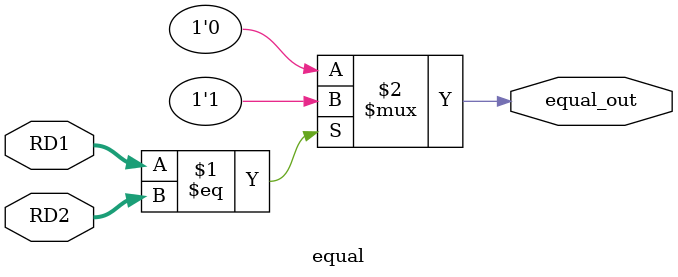
<source format=v>
`timescale 1ns / 1ps
module equal(
input [31:0] RD1,
input [31:0] RD2,
output equal_out
    );
assign equal_out=(RD1==RD2)?1'b1:1'b0;
endmodule

</source>
